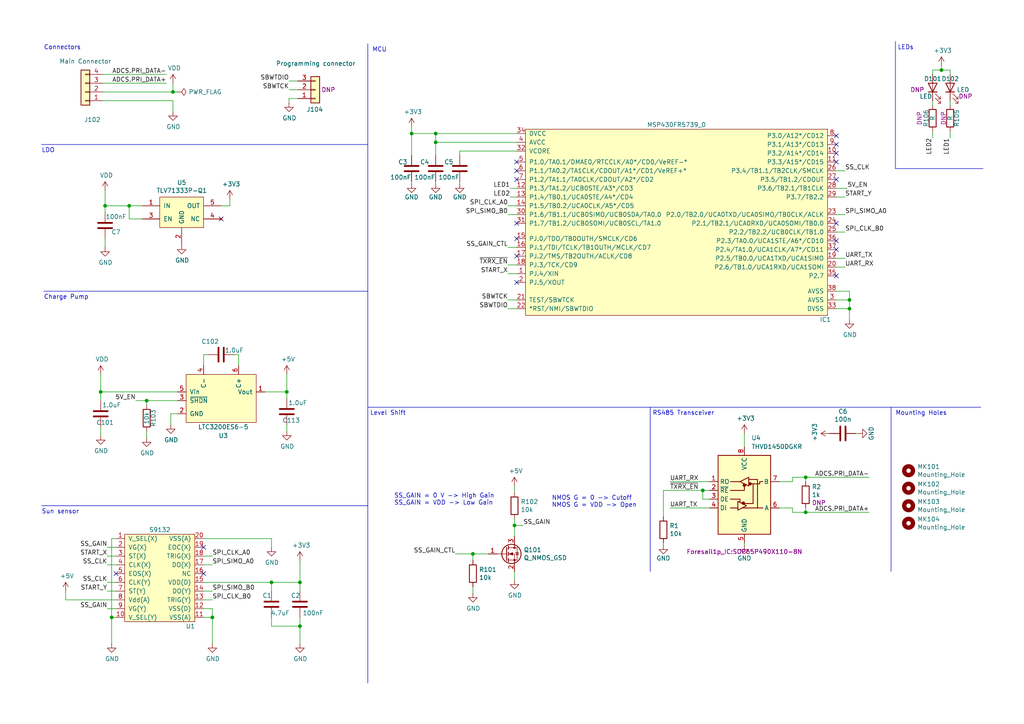
<source format=kicad_sch>
(kicad_sch (version 20230121) (generator eeschema)
  (paper "A4")
  (title_block (title "Foresail-1 Digital Sun Sensor") (date "2023-03-07") (rev "5.0") (company "Aalto-yliopisto") (comment 1 "Bruce Clayhills, Marius Anger"))
  (lib_symbols
    (symbol "Connector_Generic:Conn_01x03" (pin_names (offset 1.016) hide)
      (property "Reference" "J" (at 0 5.08 0))
      (property "Value" "Conn_01x03" (at 0 -5.08 0))
      (symbol "Conn_01x03_1_1"
        (rectangle (start -1.27 -2.413) (end 0 -2.667) (stroke (width 0.1524)))
        (rectangle (start -1.27 0.127) (end 0 -0.127) (stroke (width 0.1524)))
        (rectangle (start -1.27 2.667) (end 0 2.413) (stroke (width 0.1524)))
        (rectangle (start -1.27 3.81) (end 1.27 -3.81) (stroke (width 0.254)) (fill (type background)))
        (pin passive line (at -5.08 2.54 0) (length 3.81) (name "Pin_1") (number "1"))
        (pin passive line (at -5.08 0 0) (length 3.81) (name "Pin_2") (number "2"))
        (pin passive line (at -5.08 -2.54 0) (length 3.81) (name "Pin_3") (number "3"))
      )
    )
    (symbol "Connector_Generic:Conn_01x04" (pin_names (offset 1.016) hide)
      (property "Reference" "J" (at 0 5.08 0))
      (property "Value" "Conn_01x04" (at 0 -7.62 0))
      (symbol "Conn_01x04_1_1"
        (rectangle (start -1.27 -4.953) (end 0 -5.207) (stroke (width 0.1524)))
        (rectangle (start -1.27 -2.413) (end 0 -2.667) (stroke (width 0.1524)))
        (rectangle (start -1.27 0.127) (end 0 -0.127) (stroke (width 0.1524)))
        (rectangle (start -1.27 2.667) (end 0 2.413) (stroke (width 0.1524)))
        (rectangle (start -1.27 3.81) (end 1.27 -6.35) (stroke (width 0.254)) (fill (type background)))
        (pin passive line (at -5.08 2.54 0) (length 3.81) (name "Pin_1") (number "1"))
        (pin passive line (at -5.08 0 0) (length 3.81) (name "Pin_2") (number "2"))
        (pin passive line (at -5.08 -2.54 0) (length 3.81) (name "Pin_3") (number "3"))
        (pin passive line (at -5.08 -5.08 0) (length 3.81) (name "Pin_4") (number "4"))
      )
    )
    (symbol "Device:C" (pin_numbers hide) (pin_names (offset 0.254))
      (property "Reference" "C" (at 0.635 2.54 0))
      (property "Value" "C" (at 0.635 -2.54 0))
      (symbol "C_0_1"
        (polyline (pts (xy -2.032 -0.762) (xy 2.032 -0.762)) (stroke (width 0.508)))
        (polyline (pts (xy -2.032 0.762) (xy 2.032 0.762)) (stroke (width 0.508)))
      )
      (symbol "C_1_1"
        (pin passive line (at 0 3.81 270) (length 2.794) (name "~") (number "1"))
        (pin passive line (at 0 -3.81 90) (length 2.794) (name "~") (number "2"))
      )
    )
    (symbol "Device:LED" (pin_numbers hide) (pin_names (offset 1.016) hide)
      (property "Reference" "D" (at 0 2.54 0))
      (property "Value" "LED" (at 0 -2.54 0))
      (symbol "LED_0_1"
        (polyline (pts (xy -1.27 -1.27) (xy -1.27 1.27)) (stroke (width 0.254)))
        (polyline (pts (xy -1.27 0) (xy 1.27 0)))
        (polyline (pts (xy 1.27 -1.27) (xy 1.27 1.27) (xy -1.27 0) (xy 1.27 -1.27)) (stroke (width 0.254)))
        (polyline (pts (xy -3.048 -0.762) (xy -4.572 -2.286) (xy -3.81 -2.286) (xy -4.572 -2.286) (xy -4.572 -1.524)))
        (polyline (pts (xy -1.778 -0.762) (xy -3.302 -2.286) (xy -2.54 -2.286) (xy -3.302 -2.286) (xy -3.302 -1.524)))
      )
      (symbol "LED_1_1"
        (pin passive line (at -3.81 0 0) (length 2.54) (name "K") (number "1"))
        (pin passive line (at 3.81 0 180) (length 2.54) (name "A") (number "2"))
      )
    )
    (symbol "Device:Q_NMOS_GSD" (pin_names (offset 0) hide)
      (property "Reference" "Q" (at 5.08 1.27 0))
      (property "Value" "Q_NMOS_GSD" (at 5.08 -1.27 0))
      (symbol "Q_NMOS_GSD_0_1"
        (polyline (pts (xy 0.254 0) (xy -2.54 0)))
        (polyline (pts (xy 0.254 1.905) (xy 0.254 -1.905)) (stroke (width 0.254)))
        (polyline (pts (xy 0.762 -1.27) (xy 0.762 -2.286)) (stroke (width 0.254)))
        (polyline (pts (xy 0.762 0.508) (xy 0.762 -0.508)) (stroke (width 0.254)))
        (polyline (pts (xy 0.762 2.286) (xy 0.762 1.27)) (stroke (width 0.254)))
        (polyline (pts (xy 2.54 2.54) (xy 2.54 1.778)))
        (polyline (pts (xy 2.54 -2.54) (xy 2.54 0) (xy 0.762 0)))
        (polyline (pts (xy 0.762 -1.778) (xy 3.302 -1.778) (xy 3.302 1.778) (xy 0.762 1.778)))
        (polyline (pts (xy 1.016 0) (xy 2.032 0.381) (xy 2.032 -0.381) (xy 1.016 0)) (fill (type outline)))
        (polyline (pts (xy 2.794 0.508) (xy 2.921 0.381) (xy 3.683 0.381) (xy 3.81 0.254)))
        (polyline (pts (xy 3.302 0.381) (xy 2.921 -0.254) (xy 3.683 -0.254) (xy 3.302 0.381)))
        (circle (center 1.651 0) (radius 2.794) (stroke (width 0.254)))
        (circle (center 2.54 -1.778) (radius 0.254) (fill (type outline)))
        (circle (center 2.54 1.778) (radius 0.254) (fill (type outline)))
      )
      (symbol "Q_NMOS_GSD_1_1"
        (pin input line (at -5.08 0 0) (length 2.54) (name "G") (number "1"))
        (pin passive line (at 2.54 -5.08 90) (length 2.54) (name "S") (number "2"))
        (pin passive line (at 2.54 5.08 270) (length 2.54) (name "D") (number "3"))
      )
    )
    (symbol "Device:R" (pin_numbers hide) (pin_names (offset 0))
      (property "Reference" "R" (at 2.032 0 90))
      (property "Value" "R" (at 0 0 90))
      (symbol "R_0_1"
        (rectangle (start -1.016 -2.54) (end 1.016 2.54) (stroke (width 0.254)))
      )
      (symbol "R_1_1"
        (pin passive line (at 0 3.81 270) (length 1.27) (name "~") (number "1"))
        (pin passive line (at 0 -3.81 90) (length 1.27) (name "~") (number "2"))
      )
    )
    (symbol "Foresail1p_IC:LTC3200ES6-5" (pin_names (offset 1.016))
      (property "Reference" "U" (at 7.62 -11.43 0))
      (property "Value" "LTC3200ES6-5" (at 1.27 22.86 0))
      (symbol "LTC3200ES6-5_0_1"
        (rectangle (start -10.16 10.16) (end 10.16 -3.81) (fill (type background)))
      )
      (symbol "LTC3200ES6-5_1_1"
        (pin power_out line (at 12.7 5.08 180) (length 2.54) (name "Vout") (number "1"))
        (pin power_out line (at -12.7 -1.27 0) (length 2.54) (name "GND") (number "2"))
        (pin input line (at -12.7 2.54 0) (length 2.54) (name "~{SHDN}") (number "3"))
        (pin bidirectional line (at -5.08 12.7 270) (length 2.54) (name "C-") (number "4"))
        (pin power_in line (at -12.7 5.08 0) (length 2.54) (name "Vin") (number "5"))
        (pin bidirectional line (at 5.08 12.7 270) (length 2.54) (name "C+") (number "6"))
      )
    )
    (symbol "Foresail1p_IC:MSP430FR5739_0" (pin_names (offset 1.016))
      (property "Reference" "IC" (at 43.18 -28.575 0))
      (property "Value" "MSP430FR5739_0" (at 0 27.94 0))
      (symbol "MSP430FR5739_0_0_1"
        (rectangle (start -43.815 26.67) (end 43.815 -27.305) (fill (type background)))
      )
      (symbol "MSP430FR5739_0_1_1"
        (pin bidirectional line (at -46.355 -15.24 0) (length 2.54) (name "PJ.4/XIN") (number "1"))
        (pin bidirectional line (at 46.355 19.685 180) (length 2.54) (name "P3.2/A14*/CD14") (number "10"))
        (pin bidirectional line (at 46.355 17.145 180) (length 2.54) (name "P3.3/A15*/CD15") (number "11"))
        (pin bidirectional line (at -46.355 9.525 0) (length 2.54) (name "P1.3/TA1.2/UCB0STE/A3*/CD3") (number "12"))
        (pin bidirectional line (at -46.355 6.985 0) (length 2.54) (name "P1.4/TB0.1/UCA0STE/A4*/CD4") (number "13"))
        (pin bidirectional line (at -46.355 4.445 0) (length 2.54) (name "P1.5/TB0.2/UCA0CLK/A5*/CD5") (number "14"))
        (pin bidirectional line (at -46.355 -5.08 0) (length 2.54) (name "PJ.0/TDO/TB0OUTH/SMCLK/CD6") (number "15"))
        (pin bidirectional line (at -46.355 -7.62 0) (length 2.54) (name "PJ.1/TDI/TCLK/TB1OUTH/MCLK/CD7") (number "16"))
        (pin bidirectional line (at -46.355 -10.16 0) (length 2.54) (name "PJ.2/TMS/TB2OUTH/ACLK/CD8") (number "17"))
        (pin bidirectional line (at -46.355 -12.7 0) (length 2.54) (name "PJ.3/TCK/CD9") (number "18"))
        (pin bidirectional line (at 46.355 -10.795 180) (length 2.54) (name "P2.5/TB0.0/UCA1TXD/UCA1SIMO") (number "19"))
        (pin bidirectional line (at -46.355 -17.78 0) (length 2.54) (name "PJ.5/XOUT") (number "2"))
        (pin bidirectional line (at 46.355 -13.335 180) (length 2.54) (name "P2.6/TB1.0/UCA1RXD/UCA1SOMI") (number "20"))
        (pin bidirectional line (at -46.355 -22.86 0) (length 2.54) (name "TEST/SBWTCK") (number "21"))
        (pin bidirectional line (at -46.355 -25.4 0) (length 2.54) (name "*RST/NMI/SBWTDIO") (number "22"))
        (pin bidirectional line (at 46.355 1.905 180) (length 2.54) (name "P2.0/TB2.0/UCA0TXD/UCA0SIMO/TB0CLK/ACLK") (number "23"))
        (pin bidirectional line (at 46.355 -0.635 180) (length 2.54) (name "P2.1/TB2.1/UCA0RXD/UCA0SOMI/TB0.0") (number "24"))
        (pin bidirectional line (at 46.355 -3.175 180) (length 2.54) (name "P2.2/TB2.2/UCB0CLK/TB1.0") (number "25"))
        (pin bidirectional line (at 46.355 14.605 180) (length 2.54) (name "P3.4/TB1.1/TB2CLK/SMCLK") (number "26"))
        (pin bidirectional line (at 46.355 12.065 180) (length 2.54) (name "P3.5/TB1.2/CDOUT") (number "27"))
        (pin bidirectional line (at 46.355 9.525 180) (length 2.54) (name "P3.6/TB2.1/TB1CLK") (number "28"))
        (pin bidirectional line (at 46.355 6.985 180) (length 2.54) (name "P3.7/TB2.2") (number "29"))
        (pin power_in line (at 46.355 -22.86 180) (length 2.54) (name "AVSS") (number "3"))
        (pin bidirectional line (at -46.355 1.905 0) (length 2.54) (name "P1.6/TB1.1/UCB0SIMO/UCB0SDA/TA0.0") (number "30"))
        (pin bidirectional line (at -46.355 -0.635 0) (length 2.54) (name "P1.7/TB1.2/UCB0SOMI/UCB0SCL/TA1.0") (number "31"))
        (pin power_out line (at -46.355 20.32 0) (length 2.54) (name "VCORE") (number "32"))
        (pin power_in line (at 46.355 -25.4 180) (length 2.54) (name "DVSS") (number "33"))
        (pin power_in line (at -46.355 25.4 0) (length 2.54) (name "DVCC") (number "34"))
        (pin bidirectional line (at 46.355 -15.875 180) (length 2.54) (name "P2.7") (number "35"))
        (pin bidirectional line (at 46.355 -5.715 180) (length 2.54) (name "P2.3/TA0.0/UCA1STE/A6*/CD10") (number "36"))
        (pin bidirectional line (at 46.355 -8.255 180) (length 2.54) (name "P2.4/TA1.0/UCA1CLK/A7*/CD11") (number "37"))
        (pin power_in line (at 46.355 -20.32 180) (length 2.54) (name "AVSS") (number "38"))
        (pin power_in line (at -46.355 22.86 0) (length 2.54) (name "AVCC") (number "4"))
        (pin bidirectional line (at -46.355 17.145 0) (length 2.54) (name "P1.0/TA0.1/DMAE0/RTCCLK/A0*/CD0/VeREF-*") (number "5"))
        (pin bidirectional line (at -46.355 14.605 0) (length 2.54) (name "P1.1/TA0.2/TA1CLK/CDOUT/A1*/CD1/VeREF+*") (number "6"))
        (pin bidirectional line (at -46.355 12.065 0) (length 2.54) (name "P1.2/TA1.1/TA0CLK/CDOUT/A2*/CD2") (number "7"))
        (pin bidirectional line (at 46.355 24.765 180) (length 2.54) (name "P3.0/A12*/CD12") (number "8"))
        (pin bidirectional line (at 46.355 22.225 180) (length 2.54) (name "P3.1/A13*/CD13") (number "9"))
      )
    )
    (symbol "Foresail1p_IC:S9132" (pin_names (offset 1.016))
      (property "Reference" "U" (at 8.89 -13.97 0))
      (property "Value" "S9132" (at 0 13.97 0))
      (symbol "S9132_1_1"
        (rectangle (start -10.16 12.7) (end 10.16 -12.7) (fill (type background)))
        (pin input line (at -12.7 11.43 0) (length 2.54) (name "V_SEL(X)") (number "1"))
        (pin input line (at -12.7 -11.43 0) (length 2.54) (name "V_SEL(Y)") (number "10"))
        (pin input line (at 12.7 -11.43 180) (length 2.54) (name "VSS(A)") (number "11"))
        (pin input line (at 12.7 -8.89 180) (length 2.54) (name "VSS(D)") (number "12"))
        (pin input line (at 12.7 -6.35 180) (length 2.54) (name "TRIG(Y)") (number "13"))
        (pin input line (at 12.7 -3.81 180) (length 2.54) (name "DO(Y)") (number "14"))
        (pin input line (at 12.7 -1.27 180) (length 2.54) (name "VDD(D)") (number "15"))
        (pin input line (at 12.7 1.27 180) (length 2.54) (name "NC") (number "16"))
        (pin input line (at 12.7 3.81 180) (length 2.54) (name "DO(X)") (number "17"))
        (pin input line (at 12.7 6.35 180) (length 2.54) (name "TRIG(X)") (number "18"))
        (pin input line (at 12.7 8.89 180) (length 2.54) (name "EOC(X)") (number "19"))
        (pin input line (at -12.7 8.89 0) (length 2.54) (name "VG(X)") (number "2"))
        (pin input line (at 12.7 11.43 180) (length 2.54) (name "VSS(A)") (number "20"))
        (pin input line (at -12.7 6.35 0) (length 2.54) (name "ST(X)") (number "3"))
        (pin input line (at -12.7 3.81 0) (length 2.54) (name "CLK(X)") (number "4"))
        (pin input line (at -12.7 1.27 0) (length 2.54) (name "EOS(X)") (number "5"))
        (pin input line (at -12.7 -1.27 0) (length 2.54) (name "CLK(Y)") (number "6"))
        (pin input line (at -12.7 -3.81 0) (length 2.54) (name "ST(Y)") (number "7"))
        (pin input line (at -12.7 -6.35 0) (length 2.54) (name "Vdd(A)") (number "8"))
        (pin input line (at -12.7 -8.89 0) (length 2.54) (name "VG(Y)") (number "9"))
      )
    )
    (symbol "Interface_UART:MAX3486"
      (property "Reference" "U" (at -6.096 11.43 0))
      (property "Value" "MAX3486" (at 0.762 11.43 0))
      (symbol "MAX3486_0_1"
        (rectangle (start -7.62 10.16) (end 7.62 -12.7) (stroke (width 0.254)) (fill (type background)))
        (circle (center -0.3048 -3.683) (radius 0.3556) (stroke (width 0.254)) (fill (type outline)))
        (circle (center -0.0254 1.4986) (radius 0.3556) (stroke (width 0.254)) (fill (type outline)))
        (polyline (pts (xy -4.064 -5.08) (xy -1.905 -5.08)) (stroke (width 0.254)))
        (polyline (pts (xy -4.064 2.54) (xy -1.27 2.54)) (stroke (width 0.254)))
        (polyline (pts (xy -1.27 -3.2004) (xy -1.27 -3.4544)) (stroke (width 0.254)))
        (polyline (pts (xy -0.635 -5.08) (xy 5.334 -5.08)) (stroke (width 0.254)))
        (polyline (pts (xy -4.064 -2.54) (xy -1.27 -2.54) (xy -1.27 -3.175)) (stroke (width 0.254)))
        (polyline (pts (xy 0 1.27) (xy 0 0) (xy -4.064 0)) (stroke (width 0.254)))
        (polyline (pts (xy 1.27 3.175) (xy 3.81 3.175) (xy 3.81 -5.08)) (stroke (width 0.254)))
        (polyline (pts (xy 2.54 1.905) (xy 2.54 -3.81) (xy 0 -3.81)) (stroke (width 0.254)))
        (polyline (pts (xy -1.905 -3.175) (xy -1.905 -5.715) (xy 0.635 -4.445) (xy -1.905 -3.175)) (stroke (width 0.254)))
        (polyline (pts (xy -1.27 2.54) (xy 1.27 3.81) (xy 1.27 1.27) (xy -1.27 2.54)) (stroke (width 0.254)))
        (polyline (pts (xy 1.905 1.905) (xy 4.445 1.905) (xy 4.445 2.54) (xy 5.334 2.54)) (stroke (width 0.254)))
        (rectangle (start 1.27 3.175) (end 1.27 3.175))
        (circle (center 1.651 1.905) (radius 0.3556) (stroke (width 0.254)) (fill (type outline)))
      )
      (symbol "MAX3486_1_1"
        (pin output line (at -10.16 2.54 0) (length 2.54) (name "RO") (number "1"))
        (pin input line (at -10.16 0 0) (length 2.54) (name "~{RE}") (number "2"))
        (pin input line (at -10.16 -2.54 0) (length 2.54) (name "DE") (number "3"))
        (pin input line (at -10.16 -5.08 0) (length 2.54) (name "DI") (number "4"))
        (pin power_in line (at 0 -15.24 90) (length 2.54) (name "GND") (number "5"))
        (pin bidirectional line (at 10.16 -5.08 180) (length 2.54) (name "A") (number "6"))
        (pin bidirectional line (at 10.16 2.54 180) (length 2.54) (name "B") (number "7"))
        (pin power_in line (at 0 12.7 270) (length 2.54) (name "VCC") (number "8"))
      )
    )
    (symbol "Mechanical:MountingHole" (pin_names (offset 1.016))
      (property "Reference" "H" (at 0 5.08 0))
      (property "Value" "MountingHole" (at 0 3.175 0))
      (symbol "MountingHole_0_1"
        (circle (center 0 0) (radius 1.27) (stroke (width 1.27)))
      )
    )
    (symbol "Sun_Sensor:TLV733P-Q1" (pin_names (offset 1.016))
      (property "Reference" "U" (at -5.08 -7.62 0))
      (property "Value" "TLV733P-Q1" (at 0 5.08 0))
      (symbol "TLV733P-Q1_0_1"
        (rectangle (start -6.35 3.81) (end 6.35 -5.08) (fill (type background)))
      )
      (symbol "TLV733P-Q1_1_1"
        (pin power_in line (at -11.43 1.27 0) (length 5.08) (name "IN") (number "1"))
        (pin power_in line (at 0 -10.16 90) (length 5.08) (name "GND") (number "2"))
        (pin input line (at -11.43 -2.54 0) (length 5.08) (name "EN") (number "3"))
        (pin no_connect line (at 11.43 -2.54 180) (length 5.08) (name "NC") (number "4"))
        (pin power_out line (at 11.43 1.27 180) (length 5.08) (name "OUT") (number "5"))
      )
    )
    (symbol "power:+3V3" (power) (pin_names (offset 0))
      (property "Value" "+3V3" (at 0 3.556 0))
      (symbol "+3V3_0_1"
        (polyline (pts (xy -0.762 1.27) (xy 0 2.54)))
        (polyline (pts (xy 0 0) (xy 0 2.54)))
        (polyline (pts (xy 0 2.54) (xy 0.762 1.27)))
      )
      (symbol "+3V3_1_1"
        (pin power_in line (at 0 0 90) (length 0) hide (name "+3V3") (number "1"))
      )
    )
    (symbol "power:+5V" (power) (pin_names (offset 0))
      (property "Value" "+5V" (at 0 3.556 0))
      (symbol "+5V_0_1"
        (polyline (pts (xy -0.762 1.27) (xy 0 2.54)))
        (polyline (pts (xy 0 0) (xy 0 2.54)))
        (polyline (pts (xy 0 2.54) (xy 0.762 1.27)))
      )
      (symbol "+5V_1_1"
        (pin power_in line (at 0 0 90) (length 0) hide (name "+5V") (number "1"))
      )
    )
    (symbol "power:GND" (power) (pin_names (offset 0))
      (property "Value" "GND" (at 0 -3.81 0))
      (symbol "GND_0_1"
        (polyline (pts (xy 0 0) (xy 0 -1.27) (xy 1.27 -1.27) (xy 0 -2.54) (xy -1.27 -1.27) (xy 0 -1.27)))
      )
      (symbol "GND_1_1"
        (pin power_in line (at 0 0 270) (length 0) hide (name "GND") (number "1"))
      )
    )
    (symbol "power:PWR_FLAG" (power) (pin_numbers hide) (pin_names (offset 0) hide)
      (property "Value" "PWR_FLAG" (at 0 3.81 0))
      (symbol "PWR_FLAG_0_0"
        (pin power_out line (at 0 0 90) (length 0) (name "pwr") (number "1"))
      )
      (symbol "PWR_FLAG_0_1"
        (polyline (pts (xy 0 0) (xy 0 1.27) (xy -1.016 1.905) (xy 0 2.54) (xy 1.016 1.905) (xy 0 1.27)))
      )
    )
    (symbol "power:VDD" (power) (pin_names (offset 0))
      (property "Value" "VDD" (at 0 3.81 0))
      (symbol "VDD_0_1"
        (polyline (pts (xy -0.762 1.27) (xy 0 2.54)))
        (polyline (pts (xy 0 0) (xy 0 2.54)))
        (polyline (pts (xy 0 2.54) (xy 0.762 1.27)))
      )
      (symbol "VDD_1_1"
        (pin power_in line (at 0 0 90) (length 0) hide (name "VDD") (number "1"))
      )
    )
  )
  (junction (at 233.68 138.43))
  (junction (at 50.165 26.67))
  (junction (at 137.16 160.655))
  (junction (at 78.74 168.91))
  (junction (at 126.365 41.275))
  (junction (at 86.995 181.61))
  (junction (at 203.835 142.24))
  (junction (at 246.38 86.995))
  (junction (at 42.545 116.205))
  (junction (at 86.995 168.91))
  (junction (at 273.05 20.32))
  (junction (at 37.465 59.69))
  (junction (at 32.385 179.07))
  (junction (at 61.595 179.07))
  (junction (at 119.38 38.735))
  (junction (at 83.185 113.665))
  (junction (at 246.38 89.535))
  (junction (at 126.365 38.735))
  (junction (at 29.21 113.665))
  (junction (at 233.68 148.59))
  (junction (at 149.225 152.4))
  (junction (at 30.48 59.69))
  (no_connect (at 242.57 69.85))
  (no_connect (at 149.86 64.77))
  (no_connect (at 59.055 166.37))
  (no_connect (at 242.57 80.01))
  (no_connect (at 149.86 74.295))
  (no_connect (at 149.86 52.07))
  (no_connect (at 242.57 39.37))
  (no_connect (at 59.055 158.75))
  (no_connect (at 149.86 81.915))
  (no_connect (at 242.57 52.07))
  (no_connect (at 242.57 72.39))
  (no_connect (at 64.135 63.5))
  (no_connect (at 149.86 49.53))
  (no_connect (at 242.57 44.45))
  (no_connect (at 33.655 166.37))
  (no_connect (at 149.86 46.99))
  (no_connect (at 242.57 46.99))
  (no_connect (at 242.57 64.77))
  (no_connect (at 149.86 69.215))
  (no_connect (at 242.57 41.91))
  (wire (pts (xy 245.11 74.93) (xy 242.57 74.93)))
  (wire (pts (xy 194.31 139.7) (xy 205.74 139.7)))
  (wire (pts (xy 83.82 28.575) (xy 83.82 29.845)))
  (wire (pts (xy 59.055 106.045) (xy 59.055 102.87)))
  (polyline (pts (xy 106.68 146.685) (xy 12.065 146.685)))
  (wire (pts (xy 229.87 138.43) (xy 229.87 139.7)))
  (wire (pts (xy 229.87 148.59) (xy 233.68 148.59)))
  (wire (pts (xy 246.38 86.995) (xy 246.38 89.535)))
  (wire (pts (xy 37.465 59.69) (xy 30.48 59.69)))
  (polyline (pts (xy 106.68 41.91) (xy 12.065 41.91)))
  (wire (pts (xy 29.21 116.205) (xy 29.21 113.665)))
  (wire (pts (xy 233.68 139.7) (xy 233.68 138.43)))
  (wire (pts (xy 59.055 171.45) (xy 61.595 171.45)))
  (wire (pts (xy 149.86 41.275) (xy 126.365 41.275)))
  (wire (pts (xy 33.655 176.53) (xy 31.115 176.53)))
  (wire (pts (xy 149.86 59.69) (xy 147.32 59.69)))
  (wire (pts (xy 33.655 179.07) (xy 32.385 179.07)))
  (wire (pts (xy 149.86 79.375) (xy 147.32 79.375)))
  (wire (pts (xy 83.185 115.57) (xy 83.185 113.665)))
  (wire (pts (xy 233.68 147.32) (xy 233.68 148.59)))
  (wire (pts (xy 78.74 168.91) (xy 86.995 168.91)))
  (wire (pts (xy 192.405 158.115) (xy 192.405 157.48)))
  (wire (pts (xy 126.365 41.275) (xy 126.365 45.085)))
  (wire (pts (xy 229.87 138.43) (xy 233.68 138.43)))
  (wire (pts (xy 270.51 29.21) (xy 270.51 30.48)))
  (wire (pts (xy 119.38 45.085) (xy 119.38 38.735)))
  (wire (pts (xy 31.115 171.45) (xy 33.655 171.45)))
  (wire (pts (xy 147.32 62.23) (xy 149.86 62.23)))
  (wire (pts (xy 69.215 102.87) (xy 67.945 102.87)))
  (wire (pts (xy 66.675 59.69) (xy 66.675 57.785)))
  (wire (pts (xy 86.36 28.575) (xy 83.82 28.575)))
  (wire (pts (xy 42.545 125.095) (xy 42.545 127)))
  (wire (pts (xy 33.655 163.83) (xy 31.115 163.83)))
  (wire (pts (xy 86.995 171.45) (xy 86.995 168.91)))
  (wire (pts (xy 51.435 113.665) (xy 29.21 113.665)))
  (wire (pts (xy 137.16 160.655) (xy 141.605 160.655)))
  (polyline (pts (xy 259.715 12.065) (xy 259.715 48.895)))
  (wire (pts (xy 233.68 138.43) (xy 252.095 138.43)))
  (wire (pts (xy 133.35 45.085) (xy 133.35 43.815)))
  (wire (pts (xy 248.285 125.73) (xy 248.92 125.73)))
  (wire (pts (xy 29.845 26.67) (xy 50.165 26.67)))
  (wire (pts (xy 149.86 86.995) (xy 147.32 86.995)))
  (wire (pts (xy 246.38 84.455) (xy 246.38 86.995)))
  (wire (pts (xy 275.59 21.59) (xy 275.59 20.32)))
  (wire (pts (xy 119.38 52.705) (xy 119.38 53.34)))
  (wire (pts (xy 41.275 63.5) (xy 37.465 63.5)))
  (wire (pts (xy 61.595 179.07) (xy 61.595 186.69)))
  (wire (pts (xy 229.87 148.59) (xy 229.87 147.32)))
  (wire (pts (xy 59.055 168.91) (xy 78.74 168.91)))
  (wire (pts (xy 29.21 113.665) (xy 29.21 108.585)))
  (wire (pts (xy 119.38 38.735) (xy 126.365 38.735)))
  (polyline (pts (xy 258.445 118.11) (xy 258.445 165.735)))
  (wire (pts (xy 133.35 43.815) (xy 149.86 43.815)))
  (wire (pts (xy 42.545 116.205) (xy 39.37 116.205)))
  (wire (pts (xy 29.845 21.59) (xy 48.26 21.59)))
  (wire (pts (xy 119.38 36.83) (xy 119.38 38.735)))
  (polyline (pts (xy 259.715 48.895) (xy 285.115 48.895)))
  (wire (pts (xy 86.36 23.495) (xy 83.82 23.495)))
  (wire (pts (xy 242.57 86.995) (xy 246.38 86.995)))
  (wire (pts (xy 242.57 54.61) (xy 245.745 54.61)))
  (wire (pts (xy 203.835 144.78) (xy 203.835 142.24)))
  (wire (pts (xy 61.595 176.53) (xy 61.595 179.07)))
  (wire (pts (xy 273.05 20.32) (xy 273.05 19.05)))
  (wire (pts (xy 270.51 38.1) (xy 270.51 40.005)))
  (wire (pts (xy 78.74 181.61) (xy 86.995 181.61)))
  (wire (pts (xy 61.595 161.29) (xy 59.055 161.29)))
  (wire (pts (xy 50.165 29.21) (xy 50.165 32.385)))
  (wire (pts (xy 149.86 57.15) (xy 147.955 57.15)))
  (wire (pts (xy 61.595 173.99) (xy 59.055 173.99)))
  (wire (pts (xy 126.365 38.735) (xy 149.86 38.735)))
  (wire (pts (xy 132.08 160.655) (xy 137.16 160.655)))
  (wire (pts (xy 149.86 89.535) (xy 147.32 89.535)))
  (wire (pts (xy 149.225 165.735) (xy 149.225 168.275)))
  (polyline (pts (xy 284.48 118.11) (xy 106.68 118.11)))
  (wire (pts (xy 194.31 147.32) (xy 205.74 147.32)))
  (wire (pts (xy 83.185 123.19) (xy 83.185 125.095)))
  (wire (pts (xy 270.51 20.32) (xy 273.05 20.32)))
  (wire (pts (xy 50.165 26.67) (xy 50.165 24.13)))
  (wire (pts (xy 242.57 89.535) (xy 246.38 89.535)))
  (wire (pts (xy 33.655 168.91) (xy 31.115 168.91)))
  (wire (pts (xy 245.11 67.31) (xy 242.57 67.31)))
  (wire (pts (xy 59.055 156.21) (xy 78.74 156.21)))
  (wire (pts (xy 126.365 41.275) (xy 126.365 38.735)))
  (wire (pts (xy 83.185 113.665) (xy 83.185 108.585)))
  (wire (pts (xy 147.32 71.755) (xy 149.86 71.755)))
  (wire (pts (xy 42.545 116.205) (xy 51.435 116.205)))
  (wire (pts (xy 226.06 139.7) (xy 229.87 139.7)))
  (wire (pts (xy 32.385 156.21) (xy 33.655 156.21)))
  (wire (pts (xy 86.995 181.61) (xy 86.995 179.07)))
  (wire (pts (xy 78.74 179.07) (xy 78.74 181.61)))
  (wire (pts (xy 137.16 170.18) (xy 137.16 172.085)))
  (wire (pts (xy 242.57 57.15) (xy 245.11 57.15)))
  (wire (pts (xy 29.845 24.13) (xy 48.26 24.13)))
  (wire (pts (xy 30.48 71.755) (xy 30.48 69.215)))
  (wire (pts (xy 51.435 26.67) (xy 50.165 26.67)))
  (wire (pts (xy 37.465 63.5) (xy 37.465 59.69)))
  (wire (pts (xy 233.68 148.59) (xy 252.095 148.59)))
  (wire (pts (xy 273.05 20.32) (xy 275.59 20.32)))
  (wire (pts (xy 149.225 152.4) (xy 151.765 152.4)))
  (polyline (pts (xy 188.595 165.735) (xy 188.595 118.11)))
  (wire (pts (xy 86.36 26.035) (xy 83.82 26.035)))
  (wire (pts (xy 270.51 20.32) (xy 270.51 21.59)))
  (wire (pts (xy 69.215 106.045) (xy 69.215 102.87)))
  (polyline (pts (xy 12.7 84.455) (xy 106.68 84.455)))
  (wire (pts (xy 19.05 173.99) (xy 19.05 171.45)))
  (wire (pts (xy 42.545 117.475) (xy 42.545 116.205)))
  (wire (pts (xy 33.655 158.75) (xy 31.115 158.75)))
  (wire (pts (xy 205.74 144.78) (xy 203.835 144.78)))
  (wire (pts (xy 275.59 29.21) (xy 275.59 30.48)))
  (wire (pts (xy 59.055 102.87) (xy 60.325 102.87)))
  (wire (pts (xy 133.35 52.705) (xy 133.35 53.34)))
  (wire (pts (xy 149.225 155.575) (xy 149.225 152.4)))
  (wire (pts (xy 137.16 162.56) (xy 137.16 160.655)))
  (wire (pts (xy 215.9 158.115) (xy 215.9 157.48)))
  (wire (pts (xy 147.32 76.835) (xy 149.86 76.835)))
  (wire (pts (xy 215.9 125.73) (xy 215.9 129.54)))
  (wire (pts (xy 149.86 54.61) (xy 147.955 54.61)))
  (wire (pts (xy 126.365 52.705) (xy 126.365 53.34)))
  (wire (pts (xy 29.21 123.825) (xy 29.21 126.365)))
  (wire (pts (xy 59.055 163.83) (xy 61.595 163.83)))
  (wire (pts (xy 86.995 168.91) (xy 86.995 162.56)))
  (wire (pts (xy 32.385 156.21) (xy 32.385 179.07)))
  (wire (pts (xy 242.57 62.23) (xy 245.11 62.23)))
  (wire (pts (xy 64.135 59.69) (xy 66.675 59.69)))
  (wire (pts (xy 29.845 29.21) (xy 50.165 29.21)))
  (wire (pts (xy 86.995 181.61) (xy 86.995 186.69)))
  (wire (pts (xy 245.11 77.47) (xy 242.57 77.47)))
  (wire (pts (xy 32.385 179.07) (xy 32.385 186.69)))
  (wire (pts (xy 33.655 161.29) (xy 31.115 161.29)))
  (wire (pts (xy 51.435 120.015) (xy 49.53 120.015)))
  (wire (pts (xy 19.05 173.99) (xy 33.655 173.99)))
  (wire (pts (xy 203.835 142.24) (xy 205.74 142.24)))
  (wire (pts (xy 275.59 40.005) (xy 275.59 38.1)))
  (wire (pts (xy 242.57 49.53) (xy 245.11 49.53)))
  (wire (pts (xy 78.74 156.21) (xy 78.74 158.75)))
  (wire (pts (xy 149.225 152.4) (xy 149.225 150.495)))
  (wire (pts (xy 192.405 142.24) (xy 203.835 142.24)))
  (wire (pts (xy 192.405 142.24) (xy 192.405 149.86)))
  (wire (pts (xy 30.48 61.595) (xy 30.48 59.69)))
  (wire (pts (xy 49.53 120.015) (xy 49.53 123.19)))
  (wire (pts (xy 242.57 84.455) (xy 246.38 84.455)))
  (wire (pts (xy 59.055 179.07) (xy 61.595 179.07)))
  (wire (pts (xy 76.835 113.665) (xy 83.185 113.665)))
  (wire (pts (xy 30.48 59.69) (xy 30.48 55.245)))
  (wire (pts (xy 229.87 147.32) (xy 226.06 147.32)))
  (polyline (pts (xy 106.68 12.7) (xy 106.68 198.12)))
  (wire (pts (xy 41.275 59.69) (xy 37.465 59.69)))
  (wire (pts (xy 149.225 140.97) (xy 149.225 142.875)))
  (wire (pts (xy 246.38 89.535) (xy 246.38 92.71)))
  (wire (pts (xy 78.74 171.45) (xy 78.74 168.91)))
  (wire (pts (xy 59.055 176.53) (xy 61.595 176.53)))
  (text "Charge Pump" (at 12.7 86.995 0) (effects (font (size 1.27 1.27)) (justify left bottom)))
  (text "Level Shift" (at 107.315 120.65 0) (effects (font (size 1.27 1.27)) (justify left bottom)))
  (text "LDO" (at 12.065 44.45 0) (effects (font (size 1.27 1.27)) (justify left bottom)))
  (text "Sun sensor" (at 12.065 149.225 0) (effects (font (size 1.27 1.27)) (justify left bottom)))
  (text "SS_GAIN = 0 V -> High Gain\nSS_GAIN = VDD -> Low Gain" (at 114.3 146.685 0) (effects (font (size 1.27 1.27)) (justify left bottom)))
  (text "MCU" (at 107.95 15.24 0) (effects (font (size 1.27 1.27)) (justify left bottom)))
  (text "Mounting Holes" (at 259.715 120.65 0) (effects (font (size 1.27 1.27)) (justify left bottom)))
  (text "Connectors" (at 12.7 14.605 0) (effects (font (size 1.27 1.27)) (justify left bottom)))
  (text "RS485 Transceiver" (at 189.23 120.65 0) (effects (font (size 1.27 1.27)) (justify left bottom)))
  (text "NMOS G = 0 -> Cutoff\nNMOS G = VDD -> Open" (at 160.02 147.32 0) (effects (font (size 1.27 1.27)) (justify left bottom)))
  (text "LEDs" (at 260.35 14.605 0) (effects (font (size 1.27 1.27)) (justify left bottom)))
  (label "SS_GAIN_CTL" (at 132.08 160.655 180))
  (label "SPI_SIMO_A0" (at 61.595 163.83 0))
  (label "SS_GAIN_CTL" (at 147.32 71.755 180))
  (label "SBWTDIO" (at 83.82 23.495 180))
  (label "5V_EN" (at 39.37 116.205 180))
  (label "UART_RX" (at 245.11 77.47 0))
  (label "LED1" (at 147.955 54.61 180))
  (label "SPI_SIMO_B0" (at 147.32 62.23 180))
  (label "START_Y" (at 31.115 171.45 180))
  (label "START_Y" (at 245.11 57.15 0))
  (label "SBWTCK" (at 147.32 86.995 180))
  (label "ADCS.PRI_DATA+" (at 48.26 24.13 180))
  (label "ADCS.PRI_DATA+" (at 252.095 148.59 180))
  (label "SPI_CLK_B0" (at 61.595 173.99 0))
  (label "SS_GAIN" (at 151.765 152.4 0))
  (label "UART_RX" (at 194.31 139.7 0))
  (label "LED2" (at 147.955 57.15 180))
  (label "UART_TX" (at 194.31 147.32 0))
  (label "SPI_CLK_B0" (at 245.11 67.31 0))
  (label "SPI_CLK_A0" (at 147.32 59.69 180))
  (label "START_X" (at 147.32 79.375 180))
  (label "LED2" (at 270.51 40.005 270))
  (label "SPI_SIMO_A0" (at 245.11 62.23 0))
  (label "5V_EN" (at 245.745 54.61 0))
  (label "ADCS.PRI_DATA-" (at 48.26 21.59 180))
  (label "~{TXRX_EN}" (at 147.32 76.835 180))
  (label "SS_CLK" (at 31.115 168.91 180))
  (label "SPI_CLK_A0" (at 61.595 161.29 0))
  (label "SS_CLK" (at 31.115 163.83 180))
  (label "START_X" (at 31.115 161.29 180))
  (label "SBWTDIO" (at 147.32 89.535 180))
  (label "SS_GAIN" (at 31.115 176.53 180))
  (label "SPI_SIMO_B0" (at 61.595 171.45 0))
  (label "SS_GAIN" (at 31.115 158.75 180))
  (label "~{TXRX_EN}" (at 194.31 142.24 0))
  (label "ADCS.PRI_DATA-" (at 252.095 138.43 180))
  (label "LED1" (at 275.59 40.005 270))
  (label "SS_CLK" (at 245.11 49.53 0))
  (label "SBWTCK" (at 83.82 26.035 180))
  (label "UART_TX" (at 245.11 74.93 0))
  (symbol (lib_id "Connector_Generic:Conn_01x03") (at 91.44 26.035 0) (mirror x) (unit 1)
    (property "Reference" "J104" (at 88.9 31.75 0) (effects (justify left)))
    (property "Value" "Programming connector" (at 80.01 18.415 0) (effects (justify left)))
    (property "Footprint" "Connector_PinHeader_1.27mm:PinHeader_1x03_P1.27mm_Horizontal" (effects hide))
    (property "DNP" "DNP" (at 95.25 26.035 0))
  )
  (symbol (lib_id "Device:LED") (at 275.59 25.4 90) (unit 1)
    (property "Reference" "D102" (at 273.05 22.86 90) (effects (justify right)))
    (property "Value" "LED" (at 277.495 26.035 90) (effects (justify right)))
    (property "Footprint" "LED_SMD:LED_0603_1608Metric" (effects hide))
    (property "DNP" "DNP" (at 280.035 27.94 90))
  )
  (symbol (lib_id "power:+3V3") (at 273.05 19.05 0) (unit 1)
    (property "Reference" "#PWR0120" (effects hide))
    (property "Value" "+3V3" (at 273.431 14.6558 0))
  )
  (symbol (lib_id "Device:R") (at 275.59 34.29 180) (unit 1)
    (property "Reference" "R105" (at 277.495 34.29 90))
    (property "Value" "R" (at 275.59 34.29 90))
    (property "Footprint" "Resistor_SMD:R_0402_1005Metric" (effects hide))
    (property "DNP" "DNP" (at 273.685 34.29 90))
  )
  (symbol (lib_id "Device:R") (at 270.51 34.29 0) (unit 1)
    (property "Reference" "R106" (at 268.605 34.29 90))
    (property "Value" "R" (at 270.51 34.29 90))
    (property "Footprint" "Resistor_SMD:R_0402_1005Metric" (effects hide))
    (property "DNP" "DNP" (at 266.7 34.29 90))
  )
  (symbol (lib_id "Device:LED") (at 270.51 25.4 90) (unit 1)
    (property "Reference" "D101" (at 267.97 22.86 90) (effects (justify right)))
    (property "Value" "LED" (at 266.7 27.94 90) (effects (justify right)))
    (property "Footprint" "LED_SMD:LED_0603_1608Metric" (effects hide))
    (property "DNP" "DNP" (at 266.065 26.035 90))
  )
  (symbol (lib_id "Mechanical:MountingHole") (at 263.525 136.525 0) (unit 1)
    (property "Reference" "MK101" (at 266.065 135.3566 0) (effects (justify left)))
    (property "Value" "Mounting_Hole" (at 266.065 137.668 0) (effects (justify left)))
    (property "Footprint" "MountingHole:MountingHole_2.2mm_M2" (effects hide))
  )
  (symbol (lib_id "Mechanical:MountingHole") (at 263.525 141.605 0) (unit 1)
    (property "Reference" "MK102" (at 266.065 140.4366 0) (effects (justify left)))
    (property "Value" "Mounting_Hole" (at 266.065 142.748 0) (effects (justify left)))
    (property "Footprint" "MountingHole:MountingHole_2.2mm_M2" (effects hide))
  )
  (symbol (lib_id "Mechanical:MountingHole") (at 263.525 146.685 0) (unit 1)
    (property "Reference" "MK103" (at 266.065 145.5166 0) (effects (justify left)))
    (property "Value" "Mounting_Hole" (at 266.065 147.828 0) (effects (justify left)))
    (property "Footprint" "MountingHole:MountingHole_2.2mm_M2" (effects hide))
  )
  (symbol (lib_id "Mechanical:MountingHole") (at 263.525 151.765 0) (unit 1)
    (property "Reference" "MK104" (at 266.065 150.5966 0) (effects (justify left)))
    (property "Value" "Mounting_Hole" (at 266.065 152.908 0) (effects (justify left)))
    (property "Footprint" "MountingHole:MountingHole_2.2mm_M2" (effects hide))
  )
  (symbol (lib_id "power:+5V") (at 83.185 108.585 0) (unit 1)
    (property "Reference" "#PWR0107" (effects hide))
    (property "Value" "+5V" (at 83.566 104.1908 0))
  )
  (symbol (lib_id "Device:Q_NMOS_GSD") (at 146.685 160.655 0) (unit 1)
    (property "Reference" "Q101" (at 151.892 159.4866 0) (effects (justify left)))
    (property "Value" "Q_NMOS_GSD" (at 151.892 161.798 0) (effects (justify left)))
    (property "Footprint" "Package_TO_SOT_SMD:SOT-23" (effects hide))
  )
  (symbol (lib_id "Device:C") (at 83.185 119.38 0) (unit 1)
    (property "Reference" "C113" (at 84.455 121.92 0))
    (property "Value" "1.0uF" (at 86.36 116.84 0))
    (property "Footprint" "Capacitor_SMD:C_0603_1608Metric" (effects hide))
  )
  (symbol (lib_id "power:GND") (at 83.185 125.095 0) (unit 1)
    (property "Reference" "#PWR0108" (effects hide))
    (property "Value" "GND" (at 83.312 129.4892 0))
  )
  (symbol (lib_id "Connector_Generic:Conn_01x04") (at 24.765 26.67 180) (unit 1)
    (property "Reference" "J102" (at 26.797 34.7218 0))
    (property "Value" "Main Connector" (at 24.765 17.78 0))
    (property "Footprint" "Connector_PinHeader_1.27mm:PinHeader_1x04_P1.27mm_Horizontal" (effects hide))
  )
  (symbol (lib_id "power:GND") (at 50.165 32.385 0) (unit 1)
    (property "Reference" "#PWR0104" (effects hide))
    (property "Value" "GND" (at 50.292 36.7792 0))
  )
  (symbol (lib_id "power:+5V") (at 149.225 140.97 0) (unit 1)
    (property "Reference" "#PWR0101" (effects hide))
    (property "Value" "+5V" (at 149.606 136.5758 0))
  )
  (symbol (lib_id "Device:R") (at 149.225 146.685 0) (unit 1)
    (property "Reference" "R102" (at 151.003 145.5166 0) (effects (justify left)))
    (property "Value" "10k" (at 151.003 147.828 0) (effects (justify left)))
    (property "Footprint" "Resistor_SMD:R_0402_1005Metric" (effects hide))
  )
  (symbol (lib_id "power:GND") (at 149.225 168.275 0) (unit 1)
    (property "Reference" "#PWR0109" (effects hide))
    (property "Value" "GND" (at 149.352 172.6692 0))
  )
  (symbol (lib_id "Device:R") (at 137.16 166.37 0) (unit 1)
    (property "Reference" "R101" (at 138.938 165.2016 0) (effects (justify left)))
    (property "Value" "10k" (at 138.938 167.513 0) (effects (justify left)))
    (property "Footprint" "Resistor_SMD:R_0402_1005Metric" (effects hide))
  )
  (symbol (lib_id "power:GND") (at 137.16 172.085 0) (unit 1)
    (property "Reference" "#PWR0112" (effects hide))
    (property "Value" "GND" (at 137.287 176.4792 0))
  )
  (symbol (lib_id "Foresail1p_IC:LTC3200ES6-5") (at 64.135 118.745 0) (unit 1)
    (property "Reference" "U3" (at 64.77 126.365 0))
    (property "Value" "LTC3200ES6-5" (at 64.77 123.825 0))
    (property "Footprint" "Package_TO_SOT_SMD:SOT-23-6" (effects hide))
    (property "Datasheet" "https://www.mouser.fi/datasheet/2/609/32005f-1269814.pdf" (effects hide))
  )
  (symbol (lib_id "Device:C") (at 64.135 102.87 270) (unit 1)
    (property "Reference" "C102" (at 60.96 99.06 90))
    (property "Value" "1.0uF" (at 67.945 101.6 90))
    (property "Footprint" "Capacitor_SMD:C_0603_1608Metric" (effects hide))
  )
  (symbol (lib_id "power:GND") (at 49.53 123.19 0) (unit 1)
    (property "Reference" "#PWR0122" (effects hide))
    (property "Value" "GND" (at 49.657 127.5842 0))
  )
  (symbol (lib_id "Device:R") (at 42.545 121.285 180) (unit 1)
    (property "Reference" "R103" (at 44.45 121.285 90))
    (property "Value" "10k" (at 42.545 121.285 90))
    (property "Footprint" "Resistor_SMD:R_0402_1005Metric" (effects hide))
  )
  (symbol (lib_id "power:GND") (at 42.545 127 0) (unit 1)
    (property "Reference" "#PWR0106" (effects hide))
    (property "Value" "GND" (at 42.672 131.3942 0))
  )
  (symbol (lib_id "Device:C") (at 29.21 120.015 0) (unit 1)
    (property "Reference" "C101" (at 30.48 122.555 0))
    (property "Value" "1.0uF" (at 32.385 117.475 0))
    (property "Footprint" "Capacitor_SMD:C_0603_1608Metric" (effects hide))
  )
  (symbol (lib_id "power:GND") (at 29.21 126.365 0) (unit 1)
    (property "Reference" "#PWR0105" (effects hide))
    (property "Value" "GND" (at 29.337 130.7592 0))
  )
  (symbol (lib_id "power:VDD") (at 50.165 24.13 0) (unit 1)
    (property "Reference" "#PWR0127" (effects hide))
    (property "Value" "VDD" (at 50.546 19.7358 0))
  )
  (symbol (lib_id "power:VDD") (at 29.21 108.585 0) (unit 1)
    (property "Reference" "#PWR0103" (effects hide))
    (property "Value" "VDD" (at 29.591 104.1908 0))
  )
  (symbol (lib_id "power:GND") (at 83.82 29.845 0) (unit 1)
    (property "Reference" "#PWR0116" (effects hide))
    (property "Value" "GND" (at 83.947 34.2392 0))
  )
  (symbol (lib_id "power:PWR_FLAG") (at 51.435 26.67 270) (unit 1)
    (property "Reference" "#FLG0101" (effects hide))
    (property "Value" "PWR_FLAG" (at 54.6862 26.67 90) (effects (justify left)))
  )
  (symbol (lib_id "Device:C") (at 78.74 175.26 180) (unit 1)
    (property "Reference" "C1" (at 77.47 172.72 0))
    (property "Value" "4.7uF" (at 81.28 177.8 0))
    (property "Footprint" "Capacitor_SMD:C_0603_1608Metric" (effects hide))
  )
  (symbol (lib_id "Device:C") (at 244.475 125.73 90) (unit 1)
    (property "Reference" "C6" (at 244.475 119.3292 90))
    (property "Value" "100n" (at 244.475 121.6406 90))
    (property "Footprint" "Capacitor_SMD:C_0402_1005Metric" (effects hide))
  )
  (symbol (lib_id "power:GND") (at 52.705 71.12 0) (unit 1)
    (property "Reference" "#PWR0129" (effects hide))
    (property "Value" "GND" (at 52.832 75.5142 0))
  )
  (symbol (lib_id "power:GND") (at 78.74 158.75 0) (unit 1)
    (property "Reference" "#PWR0110" (effects hide))
    (property "Value" "GND" (at 78.867 163.1442 0))
  )
  (symbol (lib_id "power:GND") (at 248.92 125.73 90) (unit 1)
    (property "Reference" "#PWR0131" (effects hide))
    (property "Value" "GND" (at 252.73 125.73 0))
  )
  (symbol (lib_id "power:+3V3") (at 240.665 125.73 90) (unit 1)
    (property "Reference" "#PWR02" (effects hide))
    (property "Value" "+3V3" (at 236.2708 125.349 0))
  )
  (symbol (lib_id "Device:R") (at 233.68 143.51 0) (unit 1)
    (property "Reference" "R2" (at 235.458 141.1986 0) (effects (justify left)))
    (property "Value" "1k" (at 235.458 143.51 0) (effects (justify left)))
    (property "Footprint" "Resistor_SMD:R_0402_1005Metric" (effects hide))
    (property "DNP" "DNP" (at 235.458 145.8214 0) (effects (justify left)))
  )
  (symbol (lib_id "power:GND") (at 32.385 186.69 0) (unit 1)
    (property "Reference" "#PWR0117" (effects hide))
    (property "Value" "GND" (at 32.512 191.0842 0))
  )
  (symbol (lib_id "Sun_Sensor:TLV733P-Q1") (at 52.705 60.96 0) (unit 1)
    (property "Reference" "U5" (at 52.705 52.959 0))
    (property "Value" "TLV71333P-Q1" (at 52.705 55.2704 0))
    (property "Footprint" "Package_TO_SOT_SMD:SOT-23-5" (effects hide))
    (property "Datasheet" "http://www.ti.com/lit/ds/symlink/tlv713p-q1.pdf" (effects hide))
    (property "Mouser" "595-TLV71333PQDBVRQ1" (effects hide))
  )
  (symbol (lib_id "power:GND") (at 86.995 186.69 0) (unit 1)
    (property "Reference" "#PWR0114" (effects hide))
    (property "Value" "GND" (at 87.122 191.0842 0))
  )
  (symbol (lib_id "power:VDD") (at 30.48 55.245 0) (unit 1)
    (property "Reference" "#PWR0126" (effects hide))
    (property "Value" "VDD" (at 30.861 50.8508 0))
  )
  (symbol (lib_id "Device:C") (at 133.35 48.895 180) (unit 1)
    (property "Reference" "C5" (at 130.175 46.99 0))
    (property "Value" "100nF" (at 130.175 51.435 0))
    (property "Footprint" "Capacitor_SMD:C_0402_1005Metric" (effects hide))
  )
  (symbol (lib_id "power:GND") (at 119.38 53.34 0) (unit 1)
    (property "Reference" "#PWR0124" (effects hide))
    (property "Value" "GND" (at 119.38 57.15 0))
  )
  (symbol (lib_id "Foresail1p_IC:S9132") (at 46.355 167.64 0) (unit 1)
    (property "Reference" "U1" (at 55.245 181.61 0))
    (property "Value" "S9132" (at 46.355 153.67 0))
    (property "Footprint" "Foresail1p_IC:S9132" (effects hide))
    (property "Datasheet" "https://www.hamamatsu.com/resources/pdf/ssd/s9132_kmpd1075e.pdf" (effects hide))
  )
  (symbol (lib_id "power:+3V3") (at 119.38 36.83 0) (unit 1)
    (property "Reference" "#PWR0119" (effects hide))
    (property "Value" "+3V3" (at 119.761 32.4358 0))
  )
  (symbol (lib_id "power:GND") (at 133.35 53.34 0) (unit 1)
    (property "Reference" "#PWR0123" (effects hide))
    (property "Value" "GND" (at 133.35 57.15 0))
  )
  (symbol (lib_id "power:GND") (at 215.9 158.115 0) (unit 1)
    (property "Reference" "#PWR0130" (effects hide))
    (property "Value" "GND" (at 215.9 161.925 0))
  )
  (symbol (lib_id "power:GND") (at 246.38 92.71 0) (unit 1)
    (property "Reference" "#PWR0125" (effects hide))
    (property "Value" "GND" (at 246.507 97.1042 0))
  )
  (symbol (lib_id "Foresail1p_IC:MSP430FR5739_0") (at 196.215 64.135 0) (unit 1)
    (property "Reference" "IC1" (at 239.395 92.71 0))
    (property "Value" "MSP430FR5739_0" (at 196.215 36.195 0))
    (property "Footprint" "Foresail1p_IC:TSSOP-38_6.1mm" (effects hide))
    (property "Datasheet" "https://www.ti.com/lit/ds/slas639l/slas639l.pdf?ts=1634555584820&ref_url=https%253A%252F%252Fwww.google.com%252F" (effects hide))
  )
  (symbol (lib_id "power:+3V3") (at 86.995 162.56 0) (unit 1)
    (property "Reference" "#PWR0102" (effects hide))
    (property "Value" "+3V3" (at 87.376 158.1658 0))
  )
  (symbol (lib_id "power:+3V3") (at 66.675 57.785 0) (unit 1)
    (property "Reference" "#PWR0111" (effects hide))
    (property "Value" "+3V3" (at 67.056 53.3908 0))
  )
  (symbol (lib_id "Device:C") (at 119.38 48.895 180) (unit 1)
    (property "Reference" "C3" (at 116.84 46.99 0))
    (property "Value" "100nF" (at 116.205 51.435 0))
    (property "Footprint" "Capacitor_SMD:C_0402_1005Metric" (effects hide))
  )
  (symbol (lib_id "power:GND") (at 192.405 158.115 0) (unit 1)
    (property "Reference" "#PWR01" (effects hide))
    (property "Value" "GND" (at 192.405 161.925 0))
  )
  (symbol (lib_id "Interface_UART:MAX3486") (at 215.9 142.24 0) (unit 1)
    (property "Reference" "U4" (at 217.9194 127 0) (effects (justify left)))
    (property "Value" "THVD1450DGKR" (at 217.9194 129.54 0) (effects (justify left)))
    (property "Footprint" "Foresail1p_IC:SOP65P490X110-8N" (at 215.9 160.02 0))
    (property "Datasheet" "https://www.ti.com/lit/ds/symlink/thvd1450.pdf?ts=1699355065919&ref_url=https%253A%252F%252Fwww.ti.com%252Fproduct%252FTHVD1450" (effects hide))
  )
  (symbol (lib_id "Device:C") (at 86.995 175.26 180) (unit 1)
    (property "Reference" "C2" (at 85.725 172.72 0))
    (property "Value" "100nF" (at 90.805 177.8 0))
    (property "Footprint" "Capacitor_SMD:C_0402_1005Metric" (effects hide))
  )
  (symbol (lib_id "power:GND") (at 30.48 71.755 0) (unit 1)
    (property "Reference" "#PWR0115" (effects hide))
    (property "Value" "GND" (at 30.607 76.1492 0))
  )
  (symbol (lib_id "Device:R") (at 192.405 153.67 0) (unit 1)
    (property "Reference" "R1" (at 194.183 152.5016 0) (effects (justify left)))
    (property "Value" "10k" (at 194.183 154.813 0) (effects (justify left)))
    (property "Footprint" "Resistor_SMD:R_0402_1005Metric" (effects hide))
  )
  (symbol (lib_id "Device:C") (at 30.48 65.405 0) (unit 1)
    (property "Reference" "C7" (at 33.655 67.31 0))
    (property "Value" "100nF" (at 33.655 62.865 0))
    (property "Footprint" "Capacitor_SMD:C_0402_1005Metric" (effects hide))
  )
  (symbol (lib_id "power:+5V") (at 19.05 171.45 0) (unit 1)
    (property "Reference" "#PWR0113" (effects hide))
    (property "Value" "+5V" (at 19.431 167.0558 0))
  )
  (symbol (lib_id "power:GND") (at 61.595 186.69 0) (unit 1)
    (property "Reference" "#PWR0118" (effects hide))
    (property "Value" "GND" (at 61.722 191.0842 0))
  )
  (symbol (lib_id "power:GND") (at 126.365 53.34 0) (unit 1)
    (property "Reference" "#PWR0121" (effects hide))
    (property "Value" "GND" (at 126.365 57.15 0))
  )
  (symbol (lib_id "power:+3V3") (at 215.9 125.73 0) (unit 1)
    (property "Reference" "#PWR0132" (effects hide))
    (property "Value" "+3V3" (at 216.281 121.3358 0))
  )
  (symbol (lib_id "Device:C") (at 126.365 48.895 180) (unit 1)
    (property "Reference" "C4" (at 123.19 46.99 0))
    (property "Value" "100nF" (at 123.19 51.435 0))
    (property "Footprint" "Capacitor_SMD:C_0402_1005Metric" (effects hide))
  )
)
</source>
